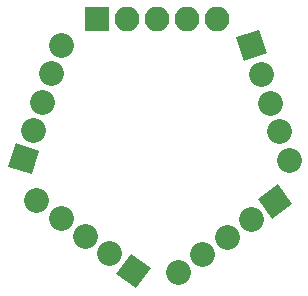
<source format=gbr>
G04 #@! TF.FileFunction,Soldermask,Bot*
%FSLAX46Y46*%
G04 Gerber Fmt 4.6, Leading zero omitted, Abs format (unit mm)*
G04 Created by KiCad (PCBNEW 4.0.7) date 01/17/18 16:36:00*
%MOMM*%
%LPD*%
G01*
G04 APERTURE LIST*
%ADD10C,0.100000*%
%ADD11C,2.100000*%
%ADD12R,2.100000X2.100000*%
%ADD13O,2.100000X2.100000*%
G04 APERTURE END LIST*
D10*
G36*
X149923077Y-93925859D02*
X149274141Y-95923077D01*
X147276923Y-95274141D01*
X147925859Y-93276923D01*
X149923077Y-93925859D01*
X149923077Y-93925859D01*
G37*
D11*
X149384903Y-92184316D02*
X149384903Y-92184316D01*
X150169806Y-89768633D02*
X150169806Y-89768633D01*
X150954709Y-87352949D02*
X150954709Y-87352949D01*
X151739613Y-84937266D02*
X151739613Y-84937266D01*
D10*
G36*
X167225859Y-86323077D02*
X166576923Y-84325859D01*
X168574141Y-83676923D01*
X169223077Y-85674141D01*
X167225859Y-86323077D01*
X167225859Y-86323077D01*
G37*
D11*
X168684903Y-87415684D02*
X168684903Y-87415684D01*
X169469806Y-89831367D02*
X169469806Y-89831367D01*
X170254709Y-92247051D02*
X170254709Y-92247051D01*
X171039613Y-94662734D02*
X171039613Y-94662734D01*
D10*
G36*
X168433358Y-97967707D02*
X170132293Y-96733358D01*
X171366642Y-98432293D01*
X169667707Y-99666642D01*
X168433358Y-97967707D01*
X168433358Y-97967707D01*
G37*
D11*
X167845097Y-99692975D02*
X167845097Y-99692975D01*
X165790194Y-101185949D02*
X165790194Y-101185949D01*
X163735291Y-102678924D02*
X163735291Y-102678924D01*
X161680387Y-104171898D02*
X161680387Y-104171898D01*
D12*
X154800000Y-82800000D03*
D13*
X157340000Y-82800000D03*
X159880000Y-82800000D03*
X162420000Y-82800000D03*
X164960000Y-82800000D03*
D10*
G36*
X157667707Y-102633358D02*
X159366642Y-103867707D01*
X158132293Y-105566642D01*
X156433358Y-104332293D01*
X157667707Y-102633358D01*
X157667707Y-102633358D01*
G37*
D11*
X155845097Y-102607025D02*
X155845097Y-102607025D01*
X153790194Y-101114051D02*
X153790194Y-101114051D01*
X151735291Y-99621076D02*
X151735291Y-99621076D01*
X149680387Y-98128102D02*
X149680387Y-98128102D01*
M02*

</source>
